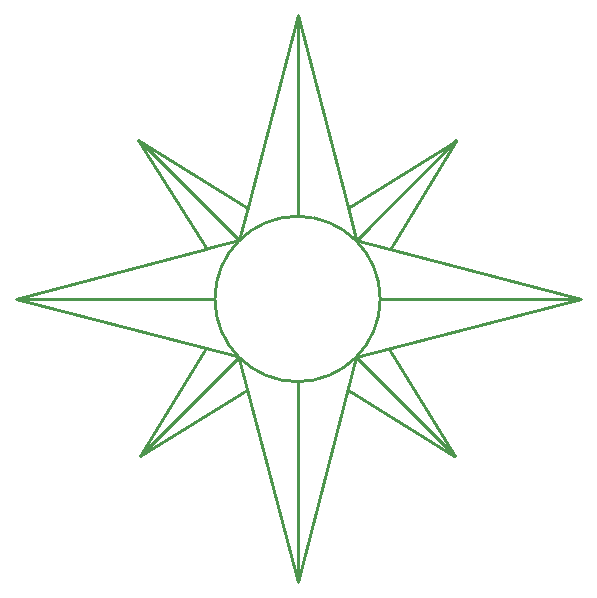
<source format=gbl>
G04*
G04 #@! TF.GenerationSoftware,Altium Limited,Altium Designer,21.8.1 (53)*
G04*
G04 Layer_Physical_Order=2*
G04 Layer_Color=16711680*
%FSLAX25Y25*%
%MOIN*%
G70*
G04*
G04 #@! TF.SameCoordinates,2A3705A3-5D1E-4C85-BF93-37B68EBEE7C7*
G04*
G04*
G04 #@! TF.FilePolarity,Positive*
G04*
G01*
G75*
%ADD11C,0.01000*%
D11*
X168481Y160431D02*
G03*
X168481Y160431I-27559J0D01*
G01*
X141000Y66000D02*
X160500Y141000D01*
X121500Y140500D02*
X141000Y66000D01*
X140993Y132500D02*
X141000Y66000D01*
X90276Y211183D02*
X121572Y180055D01*
X88411Y108138D02*
X110351Y143993D01*
X88464Y108029D02*
X124000Y130000D01*
X160712Y140606D02*
X193305Y108188D01*
X157798Y130239D02*
X193221Y108104D01*
X171392Y143679D02*
X193371Y108197D01*
X161257Y179598D02*
X235463Y160519D01*
X160894Y180212D02*
X161257Y179598D01*
X172000Y177500D02*
X193860Y213164D01*
X160894Y180212D02*
X193788Y213284D01*
X157776Y190908D02*
X193888Y213196D01*
X157768Y190939D02*
X160500Y180500D01*
X141000Y255000D02*
X157768Y190939D01*
X87893Y213553D02*
X123707Y191160D01*
X87893Y213553D02*
X110724Y177179D01*
X111064Y177269D02*
X121500Y180000D01*
X89972Y211485D02*
X90191Y211130D01*
X47000Y160500D02*
X110383Y177090D01*
X111064Y177269D01*
X121572Y180055D02*
X121681Y179947D01*
X124416Y191213D02*
X141000Y255000D01*
X121500Y180000D02*
X124416Y191213D01*
X87893Y213553D02*
X89901Y211555D01*
X46984Y160440D02*
X120729Y141394D01*
X88522Y108028D02*
X121106Y140788D01*
X140993Y254972D02*
X141000Y188000D01*
X168481Y160493D02*
X234500Y160500D01*
X160500Y141000D02*
X235521Y160484D01*
X47000Y160500D02*
X113000Y160507D01*
M02*

</source>
